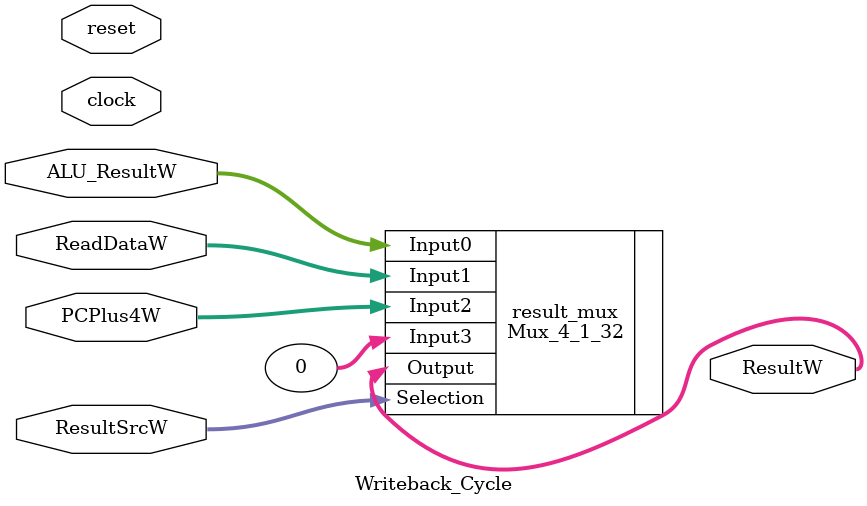
<source format=v>

module Writeback_Cycle(clock, reset, ResultSrcW, PCPlus4W, ALU_ResultW, ReadDataW, ResultW);

// Declaration of IOs
input clock, reset;
input [1:0] ResultSrcW;
input [31:0] PCPlus4W, ALU_ResultW, ReadDataW;

output [31:0] ResultW;

// Declaration of Module
Mux_4_1_32 result_mux (    
                .Input0(ALU_ResultW),
                .Input1(ReadDataW),
                .Input2(PCPlus4W),
                .Input3(32'h00000000),
                .Selection(ResultSrcW),
                .Output(ResultW)
                );
endmodule
</source>
